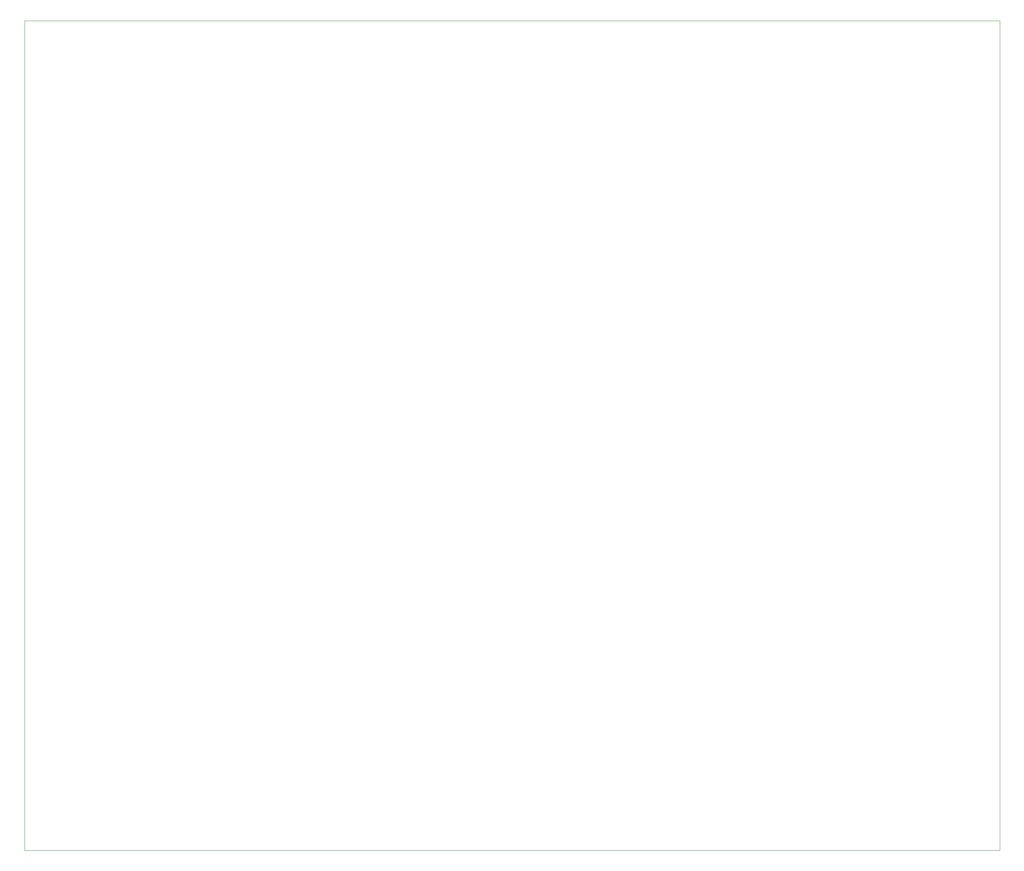
<source format=gbr>
G04 Layer_Color=0*
%FSLAX45Y45*%
%MOMM*%
%TF.FileFunction,Profile,NP*%
%TF.Part,Single*%
G01*
G75*
%TA.AperFunction,Profile*%
%ADD23C,0.02540*%
D23*
X8300000Y11160000D02*
X29800000D01*
X29800000Y29459998D01*
X8300000Y29460004D01*
X8300000Y11160000D01*
%TF.MD5,e14c9f8a35434c28ed9ddc9332a829b9*%
M02*

</source>
